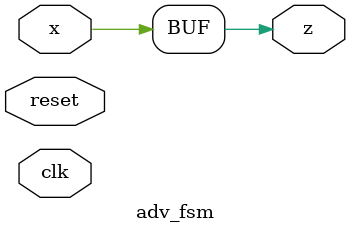
<source format=v>
module adv_fsm(
input clk,
input reset,
input x,
output z ); 
reg [1:0] present_state, next_state;
parameter IDLE=0, S1=1, S10=2, S101=3;
// output signal z is asserted to 1 when present_state is S101 
// present_state is reset to IDLE when rset is high
// otherwise it is assigned next state
// if present_state is IDLE, next_state is assigned S1 if x is 1, otherwise next_state stays at IDLE
// if present_state is S1, next_state is assigned S10 if x is 0, otherwise next_state stays at IDLE 
// if present_state is S10, next_state is assigned S101 if x is 1, otherwise next_state stays at IDLE 
// if present_state is S101, next_state is assigned IDLE


// This is the code from Fig.6 of the post.

always begin
    z <= x;
end

always begin
    if (reset) begin
        present_state <= IDLE; 
        next_state <= IDLE; 
    end else begin
        if (x) begin
            present_state <= S1; 
            next_state <= S10; 
        end else begin
            present_state <= IDLE; 
            next_state <= IDLE; 
        end
    end
end

endmodule

</source>
